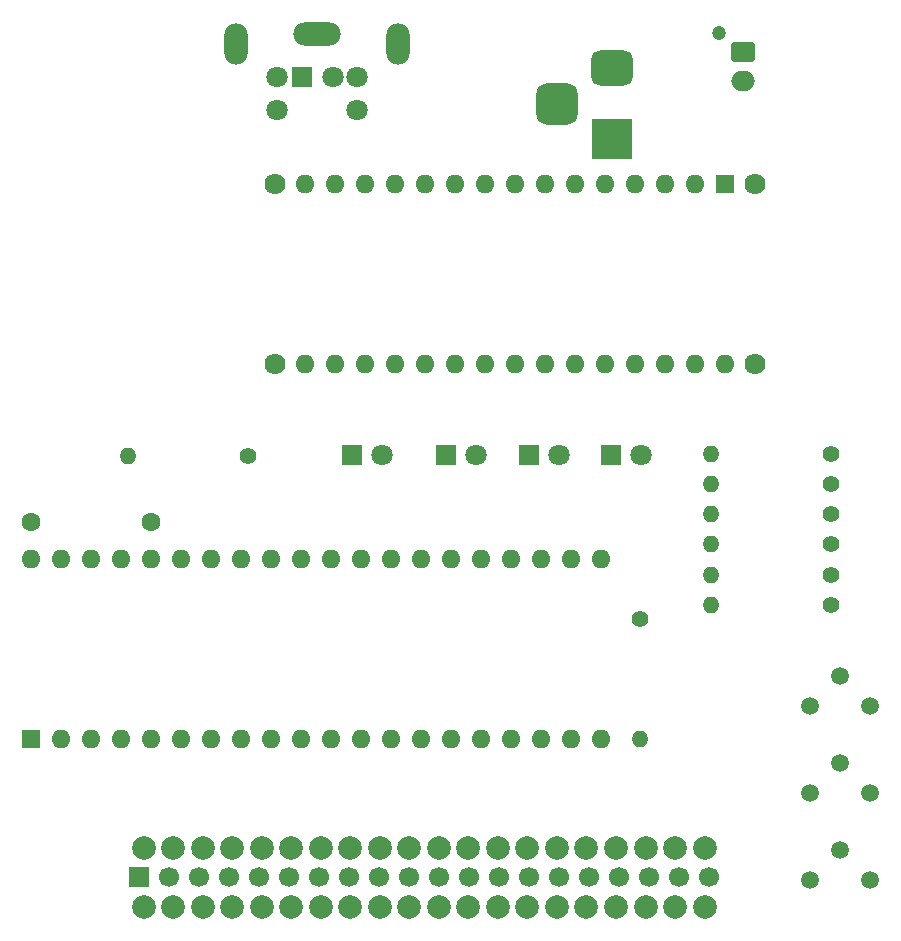
<source format=gbr>
%TF.GenerationSoftware,KiCad,Pcbnew,9.0.3*%
%TF.CreationDate,2025-11-18T20:02:22+00:00*%
%TF.ProjectId,EinsteinTC01PS2,45696e73-7465-4696-9e54-433031505332,rev?*%
%TF.SameCoordinates,Original*%
%TF.FileFunction,Soldermask,Top*%
%TF.FilePolarity,Negative*%
%FSLAX46Y46*%
G04 Gerber Fmt 4.6, Leading zero omitted, Abs format (unit mm)*
G04 Created by KiCad (PCBNEW 9.0.3) date 2025-11-18 20:02:22*
%MOMM*%
%LPD*%
G01*
G04 APERTURE LIST*
G04 Aperture macros list*
%AMRoundRect*
0 Rectangle with rounded corners*
0 $1 Rounding radius*
0 $2 $3 $4 $5 $6 $7 $8 $9 X,Y pos of 4 corners*
0 Add a 4 corners polygon primitive as box body*
4,1,4,$2,$3,$4,$5,$6,$7,$8,$9,$2,$3,0*
0 Add four circle primitives for the rounded corners*
1,1,$1+$1,$2,$3*
1,1,$1+$1,$4,$5*
1,1,$1+$1,$6,$7*
1,1,$1+$1,$8,$9*
0 Add four rect primitives between the rounded corners*
20,1,$1+$1,$2,$3,$4,$5,0*
20,1,$1+$1,$4,$5,$6,$7,0*
20,1,$1+$1,$6,$7,$8,$9,0*
20,1,$1+$1,$8,$9,$2,$3,0*%
G04 Aperture macros list end*
%ADD10C,1.400000*%
%ADD11O,1.400000X1.400000*%
%ADD12C,1.200000*%
%ADD13RoundRect,0.250000X-0.750000X0.600000X-0.750000X-0.600000X0.750000X-0.600000X0.750000X0.600000X0*%
%ADD14O,2.000000X1.700000*%
%ADD15R,3.500000X3.500000*%
%ADD16RoundRect,0.750000X-1.000000X0.750000X-1.000000X-0.750000X1.000000X-0.750000X1.000000X0.750000X0*%
%ADD17RoundRect,0.875000X-0.875000X0.875000X-0.875000X-0.875000X0.875000X-0.875000X0.875000X0.875000X0*%
%ADD18R,1.800000X1.800000*%
%ADD19C,1.800000*%
%ADD20C,1.780000*%
%ADD21R,1.600000X1.600000*%
%ADD22O,1.600000X1.600000*%
%ADD23C,1.500000*%
%ADD24C,2.000000*%
%ADD25R,1.700000X1.700000*%
%ADD26C,1.700000*%
%ADD27O,2.000000X3.500000*%
%ADD28O,4.000000X2.000000*%
%ADD29C,1.600000*%
G04 APERTURE END LIST*
D10*
%TO.C,R5*%
X230190000Y-103470000D03*
D11*
X220030000Y-103470000D03*
%TD*%
D10*
%TO.C,R4*%
X230190000Y-98380000D03*
D11*
X220030000Y-98380000D03*
%TD*%
D12*
%TO.C,J3*%
X220730000Y-57600000D03*
D13*
X222730000Y-59200000D03*
D14*
X222730000Y-61700000D03*
%TD*%
D15*
%TO.C,J1*%
X211660000Y-66590000D03*
D16*
X211660000Y-60590000D03*
D17*
X206960000Y-63590000D03*
%TD*%
D10*
%TO.C,R9*%
X230190000Y-106010000D03*
D11*
X220030000Y-106010000D03*
%TD*%
D18*
%TO.C,D5*%
X211590000Y-93370000D03*
D19*
X214130000Y-93370000D03*
%TD*%
D20*
%TO.C,U2*%
X223780000Y-70435000D03*
X183140000Y-70435000D03*
X223780000Y-85675000D03*
X183140000Y-85675000D03*
D21*
X221240000Y-70435000D03*
D22*
X218700000Y-70435000D03*
X216160000Y-70435000D03*
X213620000Y-70435000D03*
X211080000Y-70435000D03*
X208540000Y-70435000D03*
X206000000Y-70435000D03*
X203460000Y-70435000D03*
X200920000Y-70435000D03*
X198380000Y-70435000D03*
X195840000Y-70435000D03*
X193300000Y-70435000D03*
X190760000Y-70435000D03*
X188220000Y-70435000D03*
X185680000Y-70435000D03*
X185680000Y-85675000D03*
X188220000Y-85675000D03*
X190760000Y-85675000D03*
X193300000Y-85675000D03*
X195840000Y-85675000D03*
X198380000Y-85675000D03*
X200920000Y-85675000D03*
X203460000Y-85675000D03*
X206000000Y-85675000D03*
X208540000Y-85675000D03*
X211080000Y-85675000D03*
X213620000Y-85675000D03*
X216160000Y-85675000D03*
X218700000Y-85675000D03*
X221240000Y-85675000D03*
%TD*%
D18*
%TO.C,D4*%
X204600000Y-93370000D03*
D19*
X207140000Y-93370000D03*
%TD*%
D23*
%TO.C,Q3*%
X228440000Y-129330000D03*
X230980000Y-126790000D03*
X233520000Y-129330000D03*
%TD*%
D21*
%TO.C,U1*%
X162440000Y-117380000D03*
D22*
X164980000Y-117380000D03*
X167520000Y-117380000D03*
X170060000Y-117380000D03*
X172600000Y-117380000D03*
X175140000Y-117380000D03*
X177680000Y-117380000D03*
X180220000Y-117380000D03*
X182760000Y-117380000D03*
X185300000Y-117380000D03*
X187840000Y-117380000D03*
X190380000Y-117380000D03*
X192920000Y-117380000D03*
X195460000Y-117380000D03*
X198000000Y-117380000D03*
X200540000Y-117380000D03*
X203080000Y-117380000D03*
X205620000Y-117380000D03*
X208160000Y-117380000D03*
X210700000Y-117380000D03*
X210700000Y-102140000D03*
X208160000Y-102140000D03*
X205620000Y-102140000D03*
X203080000Y-102140000D03*
X200540000Y-102140000D03*
X198000000Y-102140000D03*
X195460000Y-102140000D03*
X192920000Y-102140000D03*
X190380000Y-102140000D03*
X187840000Y-102140000D03*
X185300000Y-102140000D03*
X182760000Y-102140000D03*
X180220000Y-102140000D03*
X177680000Y-102140000D03*
X175140000Y-102140000D03*
X172600000Y-102140000D03*
X170060000Y-102140000D03*
X167520000Y-102140000D03*
X164980000Y-102140000D03*
X162440000Y-102140000D03*
%TD*%
D10*
%TO.C,R6*%
X230190000Y-93300000D03*
D11*
X220030000Y-93300000D03*
%TD*%
D23*
%TO.C,Q2*%
X228440000Y-121940000D03*
X230980000Y-119400000D03*
X233520000Y-121940000D03*
%TD*%
D18*
%TO.C,D3*%
X197575000Y-93370000D03*
D19*
X200115000Y-93370000D03*
%TD*%
D18*
%TO.C,D2*%
X189610000Y-93370000D03*
D19*
X192150000Y-93370000D03*
%TD*%
D10*
%TO.C,R3*%
X180790000Y-93410000D03*
D11*
X170630000Y-93410000D03*
%TD*%
D23*
%TO.C,Q4*%
X228440000Y-114580000D03*
X230980000Y-112040000D03*
X233520000Y-114580000D03*
%TD*%
D10*
%TO.C,R1*%
X213990000Y-107220000D03*
D11*
X213990000Y-117380000D03*
%TD*%
D24*
%TO.C,KB1*%
X171980000Y-126600000D03*
D25*
X171580000Y-129100000D03*
D24*
X171980000Y-131600000D03*
X174480000Y-126600000D03*
D26*
X174120000Y-129100000D03*
D24*
X174480000Y-131600000D03*
X176980000Y-126600000D03*
D26*
X176660000Y-129100000D03*
D24*
X176980000Y-131600000D03*
X179480000Y-126600000D03*
D26*
X179200000Y-129100000D03*
D24*
X179480000Y-131600000D03*
X181980000Y-126600000D03*
D26*
X181740000Y-129100000D03*
D24*
X181980000Y-131600000D03*
X184480000Y-126600000D03*
D26*
X184280000Y-129100000D03*
D24*
X184480000Y-131600000D03*
X186980000Y-126600000D03*
D26*
X186820000Y-129100000D03*
D24*
X186980000Y-131600000D03*
X189480000Y-126600000D03*
D26*
X189360000Y-129100000D03*
D24*
X189480000Y-131600000D03*
X191980000Y-126600000D03*
D26*
X191900000Y-129100000D03*
D24*
X191980000Y-131600000D03*
X194480000Y-126600000D03*
D26*
X194440000Y-129100000D03*
D24*
X194480000Y-131600000D03*
X196980000Y-126600000D03*
D26*
X196980000Y-129100000D03*
D24*
X196980000Y-131600000D03*
X199480000Y-126600000D03*
D26*
X199520000Y-129100000D03*
D24*
X199480000Y-131600000D03*
X201980000Y-126600000D03*
D26*
X202060000Y-129100000D03*
D24*
X201980000Y-131600000D03*
X204480000Y-126600000D03*
D26*
X204600000Y-129100000D03*
D24*
X204480000Y-131600000D03*
X206980000Y-126600000D03*
D26*
X207140000Y-129100000D03*
D24*
X206980000Y-131600000D03*
X209480000Y-126600000D03*
D26*
X209680000Y-129100000D03*
D24*
X209480000Y-131600000D03*
X211980000Y-126600000D03*
D26*
X212220000Y-129100000D03*
D24*
X211980000Y-131600000D03*
X214480000Y-126600000D03*
D26*
X214760000Y-129100000D03*
D24*
X214480000Y-131600000D03*
X216940000Y-126600000D03*
D26*
X217300000Y-129100000D03*
D24*
X216940000Y-131600000D03*
X219480000Y-126600000D03*
D26*
X219840000Y-129100000D03*
D24*
X219480000Y-131600000D03*
%TD*%
D10*
%TO.C,R10*%
X230190000Y-95840000D03*
D11*
X220030000Y-95840000D03*
%TD*%
D18*
%TO.C,J2*%
X185380000Y-61380000D03*
D19*
X187980000Y-61380000D03*
X183280000Y-61380000D03*
X190080000Y-61380000D03*
X183280000Y-64180000D03*
X190080000Y-64180000D03*
D27*
X193530000Y-58530000D03*
D28*
X186680000Y-57730000D03*
D27*
X179830000Y-58530000D03*
%TD*%
D29*
%TO.C,C1*%
X162442500Y-98997500D03*
X172602500Y-98997500D03*
%TD*%
D10*
%TO.C,R8*%
X230190000Y-100920000D03*
D11*
X220030000Y-100920000D03*
%TD*%
M02*

</source>
